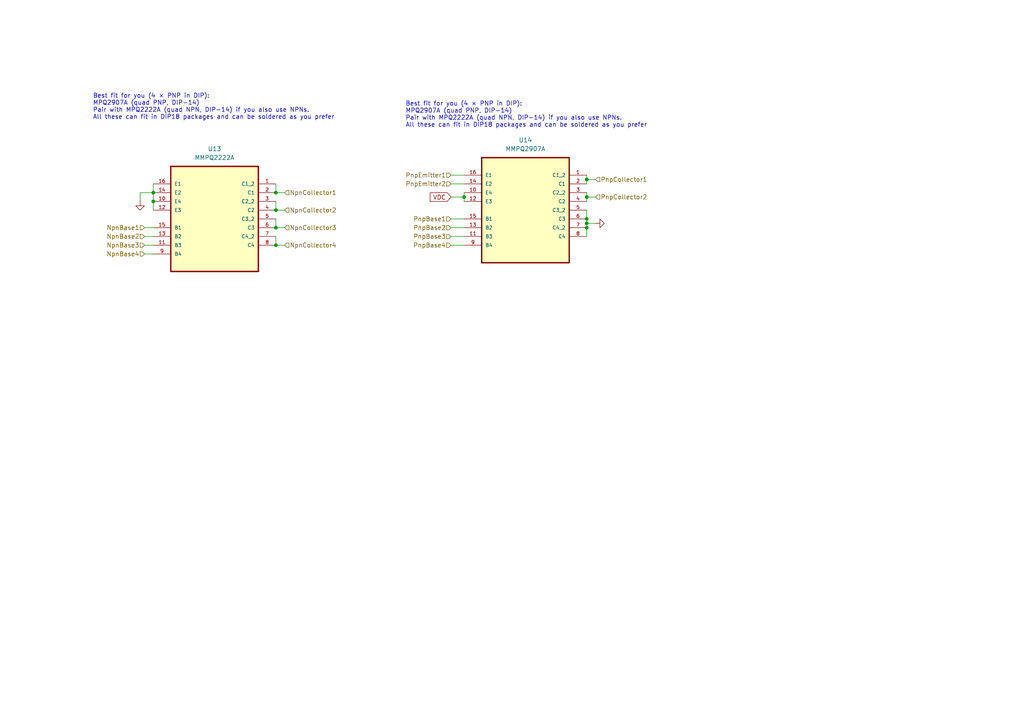
<source format=kicad_sch>
(kicad_sch (version 20250114) (generator "eeschema") (generator_version "9.0")
  (paper "A4")
  (lib_symbols
    (symbol "ktype:MMPQ2222A" (pin_names (offset 1.016))
      (property "Reference" "U" (at -5.1087 14.8179 0))
      (property "Value" "MMPQ2222A" (at -5.6657 -21.3671 0))
      (symbol "MMPQ2222A_0_0"
        (rectangle (start -12.7 -17.78) (end 12.7 12.7) (stroke (width 0.4064)) (fill (type background)))
        (pin passive line (at -17.78 7.62 0) (length 5.08) (name "E1") (number "16"))
        (pin passive line (at -17.78 5.08 0) (length 5.08) (name "E2") (number "14"))
        (pin passive line (at -17.78 2.54 0) (length 5.08) (name "E4") (number "10"))
        (pin passive line (at -17.78 0 0) (length 5.08) (name "E3") (number "12"))
        (pin passive line (at -17.78 -5.08 0) (length 5.08) (name "B1") (number "15"))
        (pin passive line (at -17.78 -7.62 0) (length 5.08) (name "B2") (number "13"))
        (pin passive line (at -17.78 -10.16 0) (length 5.08) (name "B3") (number "11"))
        (pin passive line (at -17.78 -12.7 0) (length 5.08) (name "B4") (number "9"))
        (pin passive line (at 17.78 7.62 180) (length 5.08) (name "C1_2") (number "1"))
        (pin passive line (at 17.78 5.08 180) (length 5.08) (name "C1") (number "2"))
        (pin passive line (at 17.78 2.54 180) (length 5.08) (name "C2_2") (number "3"))
        (pin passive line (at 17.78 0 180) (length 5.08) (name "C2") (number "4"))
        (pin passive line (at 17.78 -2.54 180) (length 5.08) (name "C3_2") (number "5"))
        (pin passive line (at 17.78 -5.08 180) (length 5.08) (name "C3") (number "6"))
        (pin passive line (at 17.78 -7.62 180) (length 5.08) (name "C4_2") (number "7"))
        (pin passive line (at 17.78 -10.16 180) (length 5.08) (name "C4") (number "8"))
      )
    )
    (symbol "ktype:MMPQ2907A" (pin_names (offset 1.016))
      (property "Reference" "U16" (at 0 17.78 0))
      (property "Value" "MMPQ2907A" (at 0 15.24 0))
      (symbol "MMPQ2907A_0_0"
        (rectangle (start -12.7 -17.78) (end 12.7 12.7) (stroke (width 0.4064)) (fill (type background)))
        (pin passive line (at -17.78 7.62 0) (length 5.08) (name "E1") (number "16"))
        (pin passive line (at -17.78 5.08 0) (length 5.08) (name "E2") (number "14"))
        (pin passive line (at -17.78 2.54 0) (length 5.08) (name "E4") (number "10"))
        (pin passive line (at -17.78 0 0) (length 5.08) (name "E3") (number "12"))
        (pin passive line (at -17.78 -5.08 0) (length 5.08) (name "B1") (number "15"))
        (pin passive line (at -17.78 -7.62 0) (length 5.08) (name "B2") (number "13"))
        (pin passive line (at -17.78 -10.16 0) (length 5.08) (name "B3") (number "11"))
        (pin passive line (at -17.78 -12.7 0) (length 5.08) (name "B4") (number "9"))
        (pin passive line (at 17.78 7.62 180) (length 5.08) (name "C1_2") (number "1"))
        (pin passive line (at 17.78 5.08 180) (length 5.08) (name "C1") (number "2"))
        (pin passive line (at 17.78 2.54 180) (length 5.08) (name "C2_2") (number "3"))
        (pin passive line (at 17.78 0 180) (length 5.08) (name "C2") (number "4"))
        (pin passive line (at 17.78 -2.54 180) (length 5.08) (name "C3_2") (number "5"))
        (pin passive line (at 17.78 -5.08 180) (length 5.08) (name "C3") (number "6"))
        (pin passive line (at 17.78 -7.62 180) (length 5.08) (name "C4_2") (number "7"))
        (pin passive line (at 17.78 -10.16 180) (length 5.08) (name "C4") (number "8"))
      )
    )
    (symbol "power:GND" (power) (pin_numbers (hide yes)) (pin_names (offset 0) (hide yes))
      (property "Value" "GND" (at 0 -3.81 0))
      (symbol "GND_0_1"
        (polyline (pts (xy 0 0) (xy 0 -1.27) (xy 1.27 -1.27) (xy 0 -2.54) (xy -1.27 -1.27) (xy 0 -1.27)))
      )
      (symbol "GND_1_1"
        (pin power_in line (at 0 0 270) (length 0) (name "~") (number "1"))
      )
    )
  )
  (text "Best fit for you (4 × PNP in DIP):\nMPQ2907A (quad PNP, DIP-14)\nPair with MPQ2222A (quad NPN, DIP-14) if you also use NPNs.\nAll these can fit in DIP18 packages and can be soldered as you prefer\n" (at 117.602 33.274 0) (effects (font (size 1.27 1.27)) (justify left)))
  (text "Best fit for you (4 × PNP in DIP):\nMPQ2907A (quad PNP, DIP-14)\nPair with MPQ2222A (quad NPN, DIP-14) if you also use NPNs.\nAll these can fit in DIP18 packages and can be soldered as you prefer\n" (at 26.924 30.988 0) (effects (font (size 1.27 1.27)) (justify left)))
  (junction (at 80.01 55.88))
  (junction (at 170.18 66.04))
  (junction (at 170.18 52.07))
  (junction (at 134.62 57.15))
  (junction (at 80.01 66.04))
  (junction (at 170.18 63.5))
  (junction (at 170.18 57.15))
  (junction (at 170.18 64.77))
  (junction (at 44.45 55.88))
  (junction (at 80.01 60.96))
  (junction (at 80.01 71.12))
  (junction (at 44.45 58.42))
  (wire (pts (xy 170.18 50.8) (xy 170.18 52.07)))
  (wire (pts (xy 130.81 71.12) (xy 134.62 71.12)))
  (wire (pts (xy 170.18 52.07) (xy 170.18 53.34)))
  (wire (pts (xy 41.91 71.12) (xy 44.45 71.12)))
  (wire (pts (xy 170.18 55.88) (xy 170.18 57.15)))
  (wire (pts (xy 170.18 52.07) (xy 172.72 52.07)))
  (wire (pts (xy 40.64 58.42) (xy 40.64 55.88)))
  (wire (pts (xy 80.01 60.96) (xy 82.55 60.96)))
  (wire (pts (xy 134.62 55.88) (xy 134.62 57.15)))
  (wire (pts (xy 41.91 66.04) (xy 44.45 66.04)))
  (wire (pts (xy 170.18 63.5) (xy 170.18 64.77)))
  (wire (pts (xy 80.01 71.12) (xy 82.55 71.12)))
  (wire (pts (xy 170.18 57.15) (xy 172.72 57.15)))
  (wire (pts (xy 130.81 63.5) (xy 134.62 63.5)))
  (wire (pts (xy 44.45 55.88) (xy 44.45 58.42)))
  (wire (pts (xy 41.91 68.58) (xy 44.45 68.58)))
  (wire (pts (xy 170.18 66.04) (xy 170.18 68.58)))
  (wire (pts (xy 130.81 50.8) (xy 134.62 50.8)))
  (wire (pts (xy 130.81 66.04) (xy 134.62 66.04)))
  (wire (pts (xy 134.62 57.15) (xy 134.62 58.42)))
  (wire (pts (xy 80.01 68.58) (xy 80.01 71.12)))
  (wire (pts (xy 80.01 66.04) (xy 82.55 66.04)))
  (wire (pts (xy 80.01 63.5) (xy 80.01 66.04)))
  (wire (pts (xy 170.18 60.96) (xy 170.18 63.5)))
  (wire (pts (xy 44.45 58.42) (xy 44.45 60.96)))
  (wire (pts (xy 44.45 53.34) (xy 44.45 55.88)))
  (wire (pts (xy 170.18 64.77) (xy 170.18 66.04)))
  (wire (pts (xy 170.18 64.77) (xy 172.72 64.77)))
  (wire (pts (xy 40.64 55.88) (xy 44.45 55.88)))
  (wire (pts (xy 80.01 58.42) (xy 80.01 60.96)))
  (wire (pts (xy 130.81 53.34) (xy 134.62 53.34)))
  (wire (pts (xy 80.01 55.88) (xy 82.55 55.88)))
  (wire (pts (xy 80.01 53.34) (xy 80.01 55.88)))
  (wire (pts (xy 41.91 73.66) (xy 44.45 73.66)))
  (wire (pts (xy 170.18 57.15) (xy 170.18 58.42)))
  (wire (pts (xy 130.81 68.58) (xy 134.62 68.58)))
  (wire (pts (xy 130.81 57.15) (xy 134.62 57.15)))
  (global_label "VDC" (shape input) (at 130.81 57.15 180) (property "Intersheetrefs" "${INTERSHEET_REFS}" (effects (hide yes))))
  (hierarchical_label "PnpBase4" (shape input) (at 130.81 71.12 180))
  (hierarchical_label "NpnCollector3" (shape input) (at 82.55 66.04 0))
  (hierarchical_label "PnpCollector1" (shape input) (at 172.72 52.07 0))
  (hierarchical_label "PnpEmitter2" (shape input) (at 130.81 53.34 180))
  (hierarchical_label "NpnCollector2" (shape input) (at 82.55 60.96 0))
  (hierarchical_label "NpnCollector1" (shape input) (at 82.55 55.88 0))
  (hierarchical_label "NpnBase2" (shape input) (at 41.91 68.58 180))
  (hierarchical_label "NpnBase1" (shape input) (at 41.91 66.04 180))
  (hierarchical_label "NpnCollector4" (shape input) (at 82.55 71.12 0))
  (hierarchical_label "PnpBase2" (shape input) (at 130.81 66.04 180))
  (hierarchical_label "PnpEmitter1" (shape input) (at 130.81 50.8 180))
  (hierarchical_label "NpnBase3" (shape input) (at 41.91 71.12 180))
  (hierarchical_label "PnpCollector2" (shape input) (at 172.72 57.15 0))
  (hierarchical_label "PnpBase1" (shape input) (at 130.81 63.5 180))
  (hierarchical_label "NpnBase4" (shape input) (at 41.91 73.66 180))
  (hierarchical_label "PnpBase3" (shape input) (at 130.81 68.58 180))
  (symbol (lib_id "power:GND") (at 172.72 64.77 90) (mirror x) (unit 1)
    (property "Reference" "#PWR0102" (effects (hide yes)))
    (property "Value" "GND" (effects (hide yes)))
    (property "Description" "Power symbol creates a global label with name \"GND\" , ground" (effects (hide yes)))
  )
  (symbol (lib_id "ktype:MMPQ2222A") (at 62.23 60.96 0) (unit 1)
    (property "Reference" "U13" (at 62.23 43.18 0))
    (property "Value" "MMPQ2222A" (at 62.23 45.72 0))
    (property "Footprint" "termocuplu:SOIC127P600X175-16N" (effects (hide yes)))
    (property "MF" "ON Semiconductor" (effects (hide yes)))
    (property "Description_1" "Bipolar (BJT) Transistor Array 4 NPN (Quad) 40V 500mA 300MHz 1W Surface Mount 16-SOIC" (effects (hide yes)))
    (property "PACKAGE" "SOIC-16" (effects (hide yes)))
    (property "MPN" "MMPQ2222A" (effects (hide yes)))
    (property "Price" "None" (effects (hide yes)))
    (property "Package" "SOIC-16 ON Semiconductor" (effects (hide yes)))
    (property "OC_FARNELL" "2101390" (effects (hide yes)))
    (property "SnapEDA_Link" "https://www.snapeda.com/parts/MMPQ2222A/Onsemi/view-part/?ref=snap" (effects (hide yes)))
    (property "MP" "MMPQ2222A" (effects (hide yes)))
    (property "SUPPLIER" "FAIRCHILD SEMICONDUCTOR" (effects (hide yes)))
    (property "OC_NEWARK" "10P1562" (effects (hide yes)))
    (property "Availability" "In Stock" (effects (hide yes)))
    (property "Check_prices" "https://www.snapeda.com/parts/MMPQ2222A/Onsemi/view-part/?ref=eda" (effects (hide yes)))
  )
  (symbol (lib_id "power:GND") (at 40.64 58.42 0) (mirror y) (unit 1)
    (property "Reference" "#PWR0100" (effects (hide yes)))
    (property "Value" "GND" (effects (hide yes)))
    (property "Description" "Power symbol creates a global label with name \"GND\" , ground" (effects (hide yes)))
  )
  (symbol (lib_id "ktype:MMPQ2907A") (at 152.4 58.42 0) (unit 1)
    (property "Reference" "U14" (at 152.4 40.64 0))
    (property "Value" "MMPQ2907A" (at 152.4 43.18 0))
    (property "Footprint" "termocuplu:SOIC127P600X175-16N" (effects (hide yes)))
    (property "MF" "ON Semiconductor" (effects (hide yes)))
    (property "Description_1" "Bipolar (BJT) Transistor Array 4 NPN (Quad) 40V 500mA 300MHz 1W Surface Mount 16-SOIC" (effects (hide yes)))
    (property "PACKAGE" "SOIC-16" (effects (hide yes)))
    (property "MPN" "MMPQ2222A" (effects (hide yes)))
    (property "Price" "None" (effects (hide yes)))
    (property "Package" "SOIC-16 ON Semiconductor" (effects (hide yes)))
    (property "OC_FARNELL" "2101390" (effects (hide yes)))
    (property "SnapEDA_Link" "https://www.snapeda.com/parts/MMPQ2222A/Onsemi/view-part/?ref=snap" (effects (hide yes)))
    (property "MP" "MMPQ2222A" (effects (hide yes)))
    (property "SUPPLIER" "FAIRCHILD SEMICONDUCTOR" (effects (hide yes)))
    (property "OC_NEWARK" "10P1562" (effects (hide yes)))
    (property "Availability" "In Stock" (effects (hide yes)))
    (property "Check_prices" "https://www.snapeda.com/parts/MMPQ2222A/Onsemi/view-part/?ref=eda" (effects (hide yes)))
  )
)
</source>
